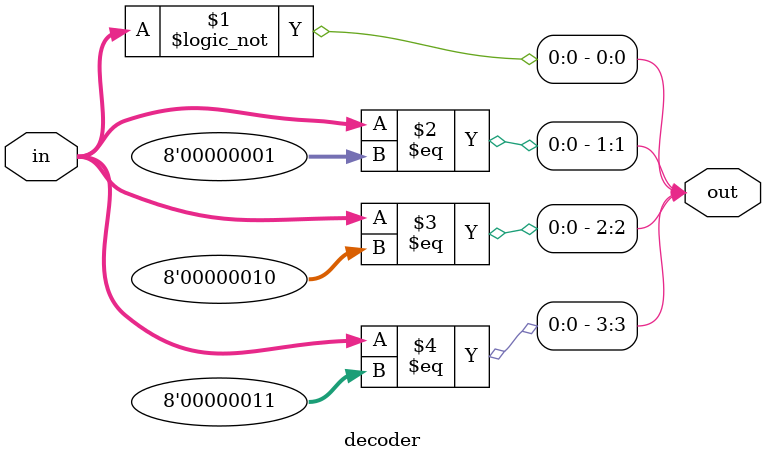
<source format=v>
module decoder # (
    parameter A_WIDTH = 8,
    parameter B_WIDTH = 4
) (
    input  [A_WIDTH - 1 : 0] in,
    output [B_WIDTH - 1 : 0] out
);
    genvar i;
    generate
        for( i = 0 ; i < B_WIDTH ; i++ ) begin
            assign out[i] = (in == i);
        end
    endgenerate
endmodule

</source>
